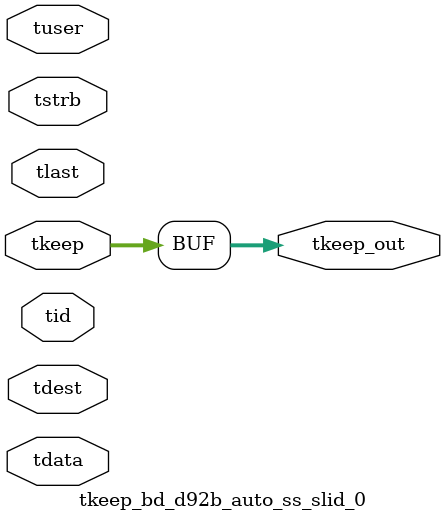
<source format=v>


`timescale 1ps/1ps

module tkeep_bd_d92b_auto_ss_slid_0 #
(
parameter C_S_AXIS_TDATA_WIDTH = 32,
parameter C_S_AXIS_TUSER_WIDTH = 0,
parameter C_S_AXIS_TID_WIDTH   = 0,
parameter C_S_AXIS_TDEST_WIDTH = 0,
parameter C_M_AXIS_TDATA_WIDTH = 32
)
(
input  [(C_S_AXIS_TDATA_WIDTH == 0 ? 1 : C_S_AXIS_TDATA_WIDTH)-1:0     ] tdata,
input  [(C_S_AXIS_TUSER_WIDTH == 0 ? 1 : C_S_AXIS_TUSER_WIDTH)-1:0     ] tuser,
input  [(C_S_AXIS_TID_WIDTH   == 0 ? 1 : C_S_AXIS_TID_WIDTH)-1:0       ] tid,
input  [(C_S_AXIS_TDEST_WIDTH == 0 ? 1 : C_S_AXIS_TDEST_WIDTH)-1:0     ] tdest,
input  [(C_S_AXIS_TDATA_WIDTH/8)-1:0 ] tkeep,
input  [(C_S_AXIS_TDATA_WIDTH/8)-1:0 ] tstrb,
input                                                                    tlast,
output [(C_M_AXIS_TDATA_WIDTH/8)-1:0 ] tkeep_out
);

assign tkeep_out = {tkeep[7:0]};

endmodule


</source>
